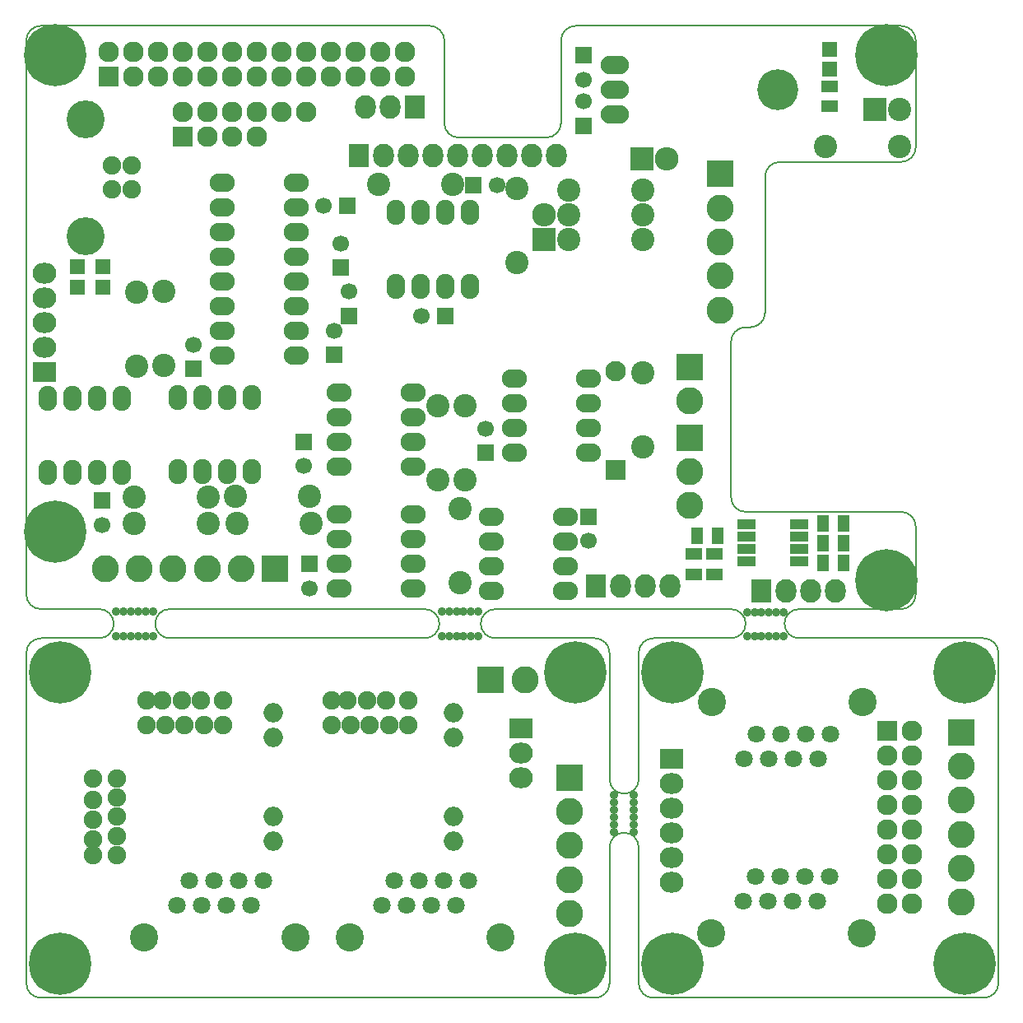
<source format=gts>
%TF.GenerationSoftware,KiCad,Pcbnew,(2015-06-12 BZR 5742)-product*%
%TF.CreationDate,2016-05-16T15:37:26+02:00*%
%TF.JobID,BPi-CAN,4250692D43414E2E6B696361645F7063,rev?*%
%TF.FileFunction,Soldermask,Top*%
%FSLAX46Y46*%
G04 Gerber Fmt 4.6, Leading zero omitted, Abs format (unit mm)*
G04 Created by KiCad (PCBNEW (2015-06-12 BZR 5742)-product) date Mon 16 May 2016 03:37:26 PM CEST*
%MOMM*%
G01*
G04 APERTURE LIST*
%ADD10C,0.100000*%
%ADD11C,0.150000*%
%ADD12C,1.901140*%
%ADD13C,3.900120*%
%ADD14C,2.398980*%
%ADD15R,2.100000X2.100000*%
%ADD16O,2.127200X2.127200*%
%ADD17R,2.127200X2.127200*%
%ADD18C,1.800000*%
%ADD19C,2.900000*%
%ADD20C,0.900000*%
%ADD21R,1.700000X1.700000*%
%ADD22C,1.700000*%
%ADD23C,2.099260*%
%ADD24R,2.099260X2.099260*%
%ADD25C,6.400000*%
%ADD26O,2.120000X2.120000*%
%ADD27R,2.432000X2.432000*%
%ADD28O,2.432000X2.432000*%
%ADD29R,1.950000X1.000000*%
%ADD30R,2.432000X2.127200*%
%ADD31O,2.432000X2.127200*%
%ADD32C,2.800000*%
%ADD33R,2.800000X2.800000*%
%ADD34R,2.127200X2.432000*%
%ADD35O,2.127200X2.432000*%
%ADD36O,2.899360X1.901140*%
%ADD37C,4.199840*%
%ADD38O,2.000000X2.000000*%
%ADD39R,2.400000X2.400000*%
%ADD40C,2.400000*%
%ADD41R,1.598880X1.598880*%
%ADD42R,1.300000X1.700000*%
%ADD43R,1.700000X1.300000*%
%ADD44O,2.599640X1.901140*%
%ADD45O,1.901140X2.599640*%
%ADD46C,1.900000*%
G04 APERTURE END LIST*
D10*
D11*
X148250000Y-100000000D02*
X172500000Y-100000000D01*
X141000000Y-100000000D02*
X114750000Y-100000000D01*
X114750000Y-103000000D02*
X141000000Y-103000000D01*
X142500000Y-101500000D02*
G75*
G03X141000000Y-100000000I-1500000J0D01*
G01*
X141000000Y-103000000D02*
G75*
G03X142500000Y-101500000I0J1500000D01*
G01*
X101500000Y-100000000D02*
X107500000Y-100000000D01*
X101500000Y-103000000D02*
X107500000Y-103000000D01*
X148250000Y-100000000D02*
G75*
G03X146750000Y-101500000I0J-1500000D01*
G01*
X148250000Y-103000000D02*
X158500000Y-103000000D01*
X146750000Y-101500000D02*
G75*
G03X148250000Y-103000000I1500000J0D01*
G01*
X174000000Y-90000000D02*
X190000000Y-90000000D01*
X177500000Y-54000000D02*
X190000000Y-54000000D01*
X176000000Y-55500000D02*
X176000000Y-69500000D01*
X172500000Y-88500000D02*
X172500000Y-72500000D01*
X174000000Y-71000000D02*
X174500000Y-71000000D01*
X174500000Y-71000000D02*
G75*
G03X176000000Y-69500000I0J1500000D01*
G01*
X174000000Y-71000000D02*
G75*
G03X172500000Y-72500000I0J-1500000D01*
G01*
X161500000Y-119000000D02*
G75*
G03X163000000Y-117500000I0J1500000D01*
G01*
X163000000Y-124500000D02*
G75*
G03X161500000Y-123000000I-1500000J0D01*
G01*
X163000000Y-124500000D02*
X163000000Y-138500000D01*
X163000000Y-104500000D02*
X163000000Y-117500000D01*
X160000000Y-124500000D02*
X160000000Y-138500000D01*
X160000000Y-104500000D02*
X160000000Y-117500000D01*
X161500000Y-123000000D02*
G75*
G03X160000000Y-124500000I0J-1500000D01*
G01*
X160000000Y-117500000D02*
G75*
G03X161500000Y-119000000I1500000J0D01*
G01*
X164500000Y-103000000D02*
X172500000Y-103000000D01*
X164500000Y-140000000D02*
X198500000Y-140000000D01*
X163000000Y-138500000D02*
G75*
G03X164500000Y-140000000I1500000J0D01*
G01*
X158500000Y-140000000D02*
G75*
G03X160000000Y-138500000I0J1500000D01*
G01*
X164500000Y-103000000D02*
G75*
G03X163000000Y-104500000I0J-1500000D01*
G01*
X160000000Y-104500000D02*
G75*
G03X158500000Y-103000000I-1500000J0D01*
G01*
X113250000Y-101500000D02*
G75*
G03X114750000Y-103000000I1500000J0D01*
G01*
X114750000Y-100000000D02*
G75*
G03X113250000Y-101500000I0J-1500000D01*
G01*
X174000000Y-101500000D02*
G75*
G03X172500000Y-100000000I-1500000J0D01*
G01*
X172500000Y-103000000D02*
G75*
G03X174000000Y-101500000I0J1500000D01*
G01*
X178000000Y-101500000D02*
G75*
G03X179500000Y-103000000I1500000J0D01*
G01*
X179500000Y-100000000D02*
G75*
G03X178000000Y-101500000I0J-1500000D01*
G01*
X190000000Y-100000000D02*
X179500000Y-100000000D01*
X198500000Y-103000000D02*
X179500000Y-103000000D01*
X107500000Y-103000000D02*
G75*
G03X109000000Y-101500000I0J1500000D01*
G01*
X109000000Y-101500000D02*
G75*
G03X107500000Y-100000000I-1500000J0D01*
G01*
X198500000Y-140000000D02*
G75*
G03X200000000Y-138500000I0J1500000D01*
G01*
X200000000Y-104500000D02*
G75*
G03X198500000Y-103000000I-1500000J0D01*
G01*
X101500000Y-103000000D02*
G75*
G03X100000000Y-104500000I0J-1500000D01*
G01*
X100000000Y-138500000D02*
G75*
G03X101500000Y-140000000I1500000J0D01*
G01*
X100000000Y-104500000D02*
X100000000Y-138500000D01*
X200000000Y-104500000D02*
X200000000Y-138500000D01*
X101500000Y-140000000D02*
X158500000Y-140000000D01*
X191500000Y-91500000D02*
G75*
G03X190000000Y-90000000I-1500000J0D01*
G01*
X172500000Y-88500000D02*
G75*
G03X174000000Y-90000000I1500000J0D01*
G01*
X177500000Y-54000000D02*
G75*
G03X176000000Y-55500000I0J-1500000D01*
G01*
X190000000Y-54000000D02*
G75*
G03X191500000Y-52500000I0J1500000D01*
G01*
X191500000Y-41500000D02*
X191500000Y-52500000D01*
X143000000Y-41500000D02*
G75*
G03X141500000Y-40000000I-1500000J0D01*
G01*
X156500000Y-40000000D02*
G75*
G03X155000000Y-41500000I0J-1500000D01*
G01*
X153500000Y-51500000D02*
G75*
G03X155000000Y-50000000I0J1500000D01*
G01*
X143000000Y-50000000D02*
G75*
G03X144500000Y-51500000I1500000J0D01*
G01*
X144500000Y-51500000D02*
X153500000Y-51500000D01*
X143000000Y-41500000D02*
X143000000Y-50000000D01*
X155000000Y-41500000D02*
X155000000Y-50000000D01*
X190000000Y-40000000D02*
X156500000Y-40000000D01*
X100000000Y-41500000D02*
X100000000Y-98500000D01*
X191500000Y-91500000D02*
X191500000Y-98500000D01*
X191500000Y-41500000D02*
G75*
G03X190000000Y-40000000I-1500000J0D01*
G01*
X190000000Y-100000000D02*
G75*
G03X191500000Y-98500000I0J1500000D01*
G01*
X100000000Y-98500000D02*
G75*
G03X101500000Y-100000000I1500000J0D01*
G01*
X101500000Y-40000000D02*
G75*
G03X100000000Y-41500000I0J-1500000D01*
G01*
X101500000Y-40000000D02*
X141500000Y-40000000D01*
D12*
X108839000Y-54356000D03*
X108839000Y-56845200D03*
X110845600Y-56845200D03*
X110845600Y-54356000D03*
D13*
X106121200Y-49580800D03*
X106121200Y-61620400D03*
D14*
X155829000Y-56896000D03*
X163449000Y-56896000D03*
D15*
X116103400Y-51384200D03*
D16*
X116103400Y-48844200D03*
X118643400Y-51384200D03*
X118643400Y-48844200D03*
X121183400Y-51384200D03*
X121183400Y-48844200D03*
X123723400Y-51384200D03*
X123723400Y-48844200D03*
D17*
X108483400Y-45212000D03*
D16*
X108483400Y-42672000D03*
X111023400Y-45212000D03*
X111023400Y-42672000D03*
X113563400Y-45212000D03*
X113563400Y-42672000D03*
X116103400Y-45212000D03*
X116103400Y-42672000D03*
X118643400Y-45212000D03*
X118643400Y-42672000D03*
X121183400Y-45212000D03*
X121183400Y-42672000D03*
X123723400Y-45212000D03*
X123723400Y-42672000D03*
X126263400Y-45212000D03*
X126263400Y-42672000D03*
X128803400Y-45212000D03*
X128803400Y-42672000D03*
X131343400Y-45212000D03*
X131343400Y-42672000D03*
X133883400Y-45212000D03*
X133883400Y-42672000D03*
X136423400Y-45212000D03*
X136423400Y-42672000D03*
X138963400Y-45212000D03*
X138963400Y-42672000D03*
D18*
X117995000Y-130460000D03*
X115455000Y-130460000D03*
X116725000Y-127920000D03*
X119265000Y-127920000D03*
X120535000Y-130460000D03*
X121805000Y-127920000D03*
X123075000Y-130460000D03*
X124345000Y-127920000D03*
D19*
X112150000Y-133750000D03*
X127650000Y-133750000D03*
D20*
X142750000Y-100250000D03*
X143500000Y-100250000D03*
X144250000Y-100250000D03*
X145000000Y-100250000D03*
X145750000Y-100250000D03*
X146500000Y-100250000D03*
X142750000Y-102750000D03*
X143500000Y-102750000D03*
X144250000Y-102750000D03*
X145000000Y-102750000D03*
X145750000Y-102750000D03*
X146500000Y-102750000D03*
D21*
X133032500Y-58483500D03*
D22*
X130532500Y-58483500D03*
D21*
X132334000Y-64897000D03*
D22*
X132334000Y-62397000D03*
D20*
X109250000Y-100250000D03*
X110000000Y-100250000D03*
X110750000Y-100250000D03*
X111500000Y-100250000D03*
X112250000Y-100250000D03*
X113000000Y-100250000D03*
X109250000Y-102750000D03*
X110000000Y-102750000D03*
X110750000Y-102750000D03*
X111500000Y-102750000D03*
X112250000Y-102750000D03*
X113000000Y-102750000D03*
X174150000Y-100350000D03*
X174900000Y-100350000D03*
X175650000Y-100350000D03*
X176400000Y-100350000D03*
X177150000Y-100350000D03*
X177900000Y-100350000D03*
X174150000Y-102750000D03*
X174900000Y-102750000D03*
X175650000Y-102750000D03*
X176400000Y-102750000D03*
X177150000Y-102750000D03*
X177900000Y-102750000D03*
X162450000Y-119150000D03*
X162450000Y-119900000D03*
X162450000Y-120650000D03*
X162450000Y-121400000D03*
X162450000Y-122150000D03*
X162450000Y-122900000D03*
D21*
X133223000Y-69850000D03*
D22*
X133223000Y-67350000D03*
D23*
X160652460Y-75564480D03*
D24*
X160652460Y-85724480D03*
D25*
X196500000Y-136500000D03*
X196500000Y-106500000D03*
X166500000Y-106500000D03*
X166500000Y-136500000D03*
X156500000Y-136500000D03*
X156500000Y-106500000D03*
X103500000Y-106500000D03*
X103500000Y-136500000D03*
X103000000Y-92000000D03*
D21*
X145963000Y-56388000D03*
D22*
X148463000Y-56388000D03*
D21*
X143129000Y-69850000D03*
D22*
X140629000Y-69850000D03*
D26*
X126263400Y-48844200D03*
X128803400Y-48844200D03*
D27*
X153289000Y-61976000D03*
D28*
X153289000Y-59436000D03*
D25*
X188500000Y-43000000D03*
X188500000Y-97000000D03*
X103000000Y-43000000D03*
D21*
X157353000Y-43053000D03*
D22*
X157353000Y-45553000D03*
D21*
X157353000Y-50292000D03*
D22*
X157353000Y-47792000D03*
D21*
X128549400Y-82804000D03*
D22*
X128549400Y-85304000D03*
D21*
X129159000Y-95377000D03*
D22*
X129159000Y-97877000D03*
D21*
X107823000Y-88836500D03*
D22*
X107823000Y-91336500D03*
D21*
X117221000Y-75311000D03*
D22*
X117221000Y-72811000D03*
D21*
X157835600Y-90474800D03*
D22*
X157835600Y-92974800D03*
D29*
X174109400Y-91236800D03*
X174109400Y-92506800D03*
X174109400Y-93776800D03*
X174109400Y-95046800D03*
X179509400Y-95046800D03*
X179509400Y-93776800D03*
X179509400Y-92506800D03*
X179509400Y-91236800D03*
D30*
X101854000Y-75628500D03*
D31*
X101854000Y-73088500D03*
X101854000Y-70548500D03*
X101854000Y-68008500D03*
X101854000Y-65468500D03*
D14*
X144653000Y-97282000D03*
X144653000Y-89662000D03*
X142367000Y-86741000D03*
X142367000Y-79121000D03*
X145161000Y-79121000D03*
X145161000Y-86741000D03*
X121666000Y-91186000D03*
X129286000Y-91186000D03*
X111125000Y-88519000D03*
X118745000Y-88519000D03*
X121539000Y-88392000D03*
X129159000Y-88392000D03*
X118745000Y-91186000D03*
X111125000Y-91186000D03*
X111379000Y-75057000D03*
X111379000Y-67437000D03*
X114173000Y-74930000D03*
X114173000Y-67310000D03*
X163449000Y-75692000D03*
X163449000Y-83312000D03*
D32*
X122090000Y-95820000D03*
D33*
X125590000Y-95820000D03*
D32*
X118590000Y-95820000D03*
X115090000Y-95820000D03*
X111590000Y-95820000D03*
X108090000Y-95820000D03*
X151292500Y-107253000D03*
D33*
X147792500Y-107253000D03*
D32*
X171385000Y-58730000D03*
D33*
X171385000Y-55230000D03*
D32*
X171385000Y-62230000D03*
X171385000Y-65730000D03*
X171385000Y-69230000D03*
X155891000Y-120833000D03*
D33*
X155891000Y-117333000D03*
D32*
X155891000Y-124333000D03*
X155891000Y-127833000D03*
X155891000Y-131333000D03*
D27*
X163322000Y-53721000D03*
D28*
X165862000Y-53721000D03*
D14*
X150495000Y-64389000D03*
X150495000Y-56769000D03*
X155829000Y-61976000D03*
X163449000Y-61976000D03*
X155829000Y-59436000D03*
X163449000Y-59436000D03*
D32*
X196150000Y-116162000D03*
D33*
X196150000Y-112662000D03*
D32*
X196150000Y-119662000D03*
X196150000Y-123162000D03*
X196150000Y-126662000D03*
X196150000Y-130162000D03*
D34*
X139935800Y-48326200D03*
D35*
X137395800Y-48326200D03*
X134855800Y-48326200D03*
D20*
X160450000Y-119150000D03*
X160450000Y-119900000D03*
X160450000Y-120650000D03*
X160450000Y-121400000D03*
X160450000Y-122150000D03*
X160450000Y-122900000D03*
D18*
X180213000Y-112893000D03*
X182753000Y-112893000D03*
X181483000Y-115433000D03*
X178943000Y-115433000D03*
X177673000Y-112893000D03*
X176403000Y-115433000D03*
X175133000Y-112893000D03*
X173863000Y-115433000D03*
D19*
X186058000Y-109603000D03*
X170558000Y-109603000D03*
D18*
X176276000Y-130058000D03*
X173736000Y-130058000D03*
X175006000Y-127518000D03*
X177546000Y-127518000D03*
X178816000Y-130058000D03*
X180086000Y-127518000D03*
X181356000Y-130058000D03*
X182626000Y-127518000D03*
D19*
X170431000Y-133348000D03*
X185931000Y-133348000D03*
D18*
X139095000Y-130460000D03*
X136555000Y-130460000D03*
X137825000Y-127920000D03*
X140365000Y-127920000D03*
X141635000Y-130460000D03*
X142905000Y-127920000D03*
X144175000Y-130460000D03*
X145445000Y-127920000D03*
D19*
X133250000Y-133750000D03*
X148750000Y-133750000D03*
D17*
X188595000Y-112522000D03*
D16*
X191135000Y-112522000D03*
X188595000Y-115062000D03*
X191135000Y-115062000D03*
X188595000Y-117602000D03*
X191135000Y-117602000D03*
X188595000Y-120142000D03*
X191135000Y-120142000D03*
X188595000Y-122682000D03*
X191135000Y-122682000D03*
X188595000Y-125222000D03*
X191135000Y-125222000D03*
X188595000Y-127762000D03*
X191135000Y-127762000D03*
X188595000Y-130302000D03*
X191135000Y-130302000D03*
D30*
X166370000Y-115443000D03*
D31*
X166370000Y-117983000D03*
X166370000Y-120523000D03*
X166370000Y-123063000D03*
X166370000Y-125603000D03*
X166370000Y-128143000D03*
D36*
X160528000Y-46609000D03*
X160528000Y-44069000D03*
X160528000Y-49149000D03*
D37*
X177292000Y-46609000D03*
D34*
X175577500Y-98171000D03*
D35*
X178117500Y-98171000D03*
X180657500Y-98171000D03*
X183197500Y-98171000D03*
D32*
X168210000Y-85852000D03*
D33*
X168210000Y-82352000D03*
D32*
X168210000Y-89352000D03*
X168210000Y-78585000D03*
D33*
X168210000Y-75085000D03*
D21*
X147256500Y-83947000D03*
D22*
X147256500Y-81447000D03*
D34*
X134239000Y-53340000D03*
D35*
X136779000Y-53340000D03*
X139319000Y-53340000D03*
X141859000Y-53340000D03*
X144399000Y-53340000D03*
X146939000Y-53340000D03*
X149479000Y-53340000D03*
X152019000Y-53340000D03*
X154559000Y-53340000D03*
D14*
X143827500Y-56324500D03*
X136207500Y-56324500D03*
D38*
X143941800Y-110642400D03*
X143941800Y-113182400D03*
X143941800Y-121310400D03*
X143941800Y-123850400D03*
X125399800Y-110642400D03*
X125399800Y-113182400D03*
X125399800Y-121310400D03*
X125399800Y-123850400D03*
D30*
X150926800Y-112242600D03*
D31*
X150926800Y-114782600D03*
X150926800Y-117322600D03*
D39*
X187325000Y-48641000D03*
D40*
X189865000Y-48641000D03*
D14*
X189865000Y-52451000D03*
X182245000Y-52451000D03*
D21*
X131699000Y-73850500D03*
D22*
X131699000Y-71350500D03*
D41*
X182626000Y-44483020D03*
X182626000Y-42384980D03*
X107886500Y-64800480D03*
X107886500Y-66898520D03*
X105283000Y-64800480D03*
X105283000Y-66898520D03*
D42*
X181957000Y-91186000D03*
X184057000Y-91186000D03*
X181957000Y-93218000D03*
X184057000Y-93218000D03*
X181957000Y-95250000D03*
X184057000Y-95250000D03*
X171128400Y-92456000D03*
X169028400Y-92456000D03*
D43*
X170751500Y-94327000D03*
X170751500Y-96427000D03*
X168656000Y-94327000D03*
X168656000Y-96427000D03*
X182626000Y-46194000D03*
X182626000Y-48294000D03*
D44*
X127810000Y-73890000D03*
X127810000Y-71350000D03*
X127810000Y-68810000D03*
X127810000Y-66270000D03*
X127810000Y-63730000D03*
X127810000Y-61190000D03*
X127810000Y-58650000D03*
X127810000Y-56110000D03*
X120190000Y-56110000D03*
X120190000Y-58650000D03*
X120190000Y-61190000D03*
X120190000Y-63730000D03*
X120190000Y-66270000D03*
X120190000Y-68810000D03*
X120190000Y-71350000D03*
X120190000Y-73890000D03*
X139827000Y-85344000D03*
X139827000Y-82804000D03*
X139827000Y-80264000D03*
X139827000Y-77724000D03*
X132207000Y-77724000D03*
X132207000Y-80264000D03*
X132207000Y-82804000D03*
X132207000Y-85344000D03*
X139827000Y-97917000D03*
X139827000Y-95377000D03*
X139827000Y-92837000D03*
X139827000Y-90297000D03*
X132207000Y-90297000D03*
X132207000Y-92837000D03*
X132207000Y-95377000D03*
X132207000Y-97917000D03*
D45*
X115570000Y-85852000D03*
X118110000Y-85852000D03*
X120650000Y-85852000D03*
X123190000Y-85852000D03*
X123190000Y-78232000D03*
X120650000Y-78232000D03*
X118110000Y-78232000D03*
X115570000Y-78232000D03*
X109791500Y-78295500D03*
X107251500Y-78295500D03*
X104711500Y-78295500D03*
X102171500Y-78295500D03*
X102171500Y-85915500D03*
X104711500Y-85915500D03*
X107251500Y-85915500D03*
X109791500Y-85915500D03*
D44*
X147828000Y-90525600D03*
X147828000Y-93065600D03*
X147828000Y-95605600D03*
X147828000Y-98145600D03*
X155448000Y-98145600D03*
X155448000Y-95605600D03*
X155448000Y-93065600D03*
X155448000Y-90525600D03*
X157861000Y-83947000D03*
X157861000Y-81407000D03*
X157861000Y-78867000D03*
X157861000Y-76327000D03*
X150241000Y-76327000D03*
X150241000Y-78867000D03*
X150241000Y-81407000D03*
X150241000Y-83947000D03*
D45*
X138049000Y-66802000D03*
X140589000Y-66802000D03*
X143129000Y-66802000D03*
X145669000Y-66802000D03*
X145669000Y-59182000D03*
X143129000Y-59182000D03*
X140589000Y-59182000D03*
X138049000Y-59182000D03*
D34*
X158597600Y-97637600D03*
D35*
X161137600Y-97637600D03*
X163677600Y-97637600D03*
X166217600Y-97637600D03*
D46*
X106825800Y-117411200D03*
X106825800Y-123661200D03*
X106825800Y-119661200D03*
X106825800Y-121661200D03*
X106825800Y-125311200D03*
X109325800Y-121361200D03*
X109326680Y-123361200D03*
X109325800Y-117411200D03*
X109325800Y-119361200D03*
X109326680Y-125311200D03*
X120231200Y-109391200D03*
X113981200Y-109391200D03*
X117981200Y-109391200D03*
X115981200Y-109391200D03*
X112331200Y-109391200D03*
X116281200Y-111891200D03*
X114281200Y-111892080D03*
X120231200Y-111891200D03*
X118281200Y-111891200D03*
X112331200Y-111892080D03*
X139281200Y-109391200D03*
X133031200Y-109391200D03*
X137031200Y-109391200D03*
X135031200Y-109391200D03*
X131381200Y-109391200D03*
X135331200Y-111891200D03*
X133331200Y-111892080D03*
X139281200Y-111891200D03*
X137331200Y-111891200D03*
X131381200Y-111892080D03*
M02*

</source>
